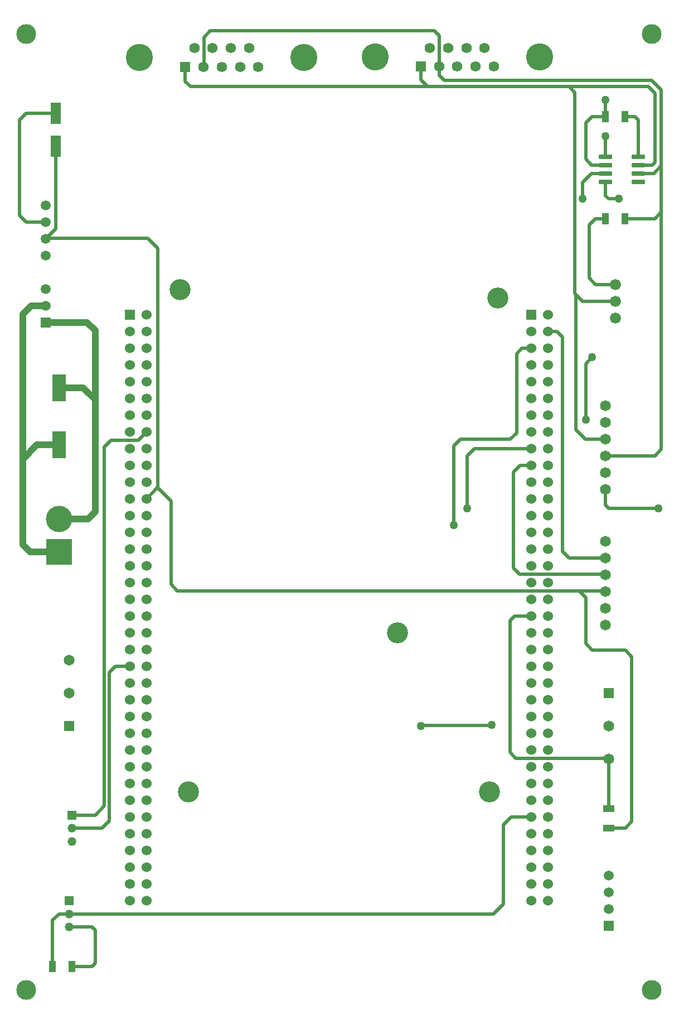
<source format=gtl>
G04*
G04 #@! TF.GenerationSoftware,Altium Limited,Altium Designer,22.8.2 (66)*
G04*
G04 Layer_Physical_Order=1*
G04 Layer_Color=255*
%FSLAX42Y42*%
%MOMM*%
G71*
G04*
G04 #@! TF.SameCoordinates,B6351484-2ED7-4914-87D0-F8C2F53150F7*
G04*
G04*
G04 #@! TF.FilePolarity,Positive*
G04*
G01*
G75*
%ADD15R,1.13X1.77*%
%ADD16R,2.00X4.10*%
%ADD17R,1.60X3.20*%
%ADD18R,1.77X1.13*%
G04:AMPARAMS|DCode=19|XSize=1.97mm|YSize=0.6mm|CornerRadius=0.08mm|HoleSize=0mm|Usage=FLASHONLY|Rotation=0.000|XOffset=0mm|YOffset=0mm|HoleType=Round|Shape=RoundedRectangle|*
%AMROUNDEDRECTD19*
21,1,1.97,0.45,0,0,0.0*
21,1,1.82,0.60,0,0,0.0*
1,1,0.15,0.91,-0.23*
1,1,0.15,-0.91,-0.23*
1,1,0.15,-0.91,0.23*
1,1,0.15,0.91,0.23*
%
%ADD19ROUNDEDRECTD19*%
%ADD42C,0.50*%
%ADD43C,1.00*%
%ADD44C,1.53*%
%ADD45C,3.20*%
%ADD46R,1.53X1.53*%
%ADD47C,1.65*%
%ADD48C,1.51*%
%ADD49R,1.51X1.51*%
%ADD50C,1.58*%
%ADD51R,1.65X1.65*%
%ADD52C,3.00*%
%ADD53R,1.58X1.58*%
%ADD54C,4.12*%
%ADD55R,1.32X1.32*%
%ADD56C,1.32*%
%ADD57C,1.68*%
%ADD58C,4.00*%
%ADD59R,4.00X4.00*%
%ADD60C,1.27*%
D15*
X653Y600D02*
D03*
X947D02*
D03*
X9347Y11950D02*
D03*
X9053D02*
D03*
Y13500D02*
D03*
X9347D02*
D03*
D16*
X750Y8515D02*
D03*
Y9385D02*
D03*
D17*
X700Y13050D02*
D03*
Y13550D02*
D03*
D18*
X9100Y2997D02*
D03*
Y2703D02*
D03*
D19*
X9547Y12890D02*
D03*
Y12764D02*
D03*
Y12636D02*
D03*
Y12510D02*
D03*
X9053D02*
D03*
Y12636D02*
D03*
Y12764D02*
D03*
Y12890D02*
D03*
D42*
X9100Y7550D02*
X9850D01*
X9050Y7600D02*
X9100Y7550D01*
X9050Y7600D02*
Y7842D01*
X9054Y7846D01*
X2250Y7865D02*
Y7950D01*
Y7865D02*
X2450Y7665D01*
Y6400D02*
Y7665D01*
X2079Y7699D02*
X2245Y7865D01*
X2249Y7956D02*
Y11501D01*
Y7951D02*
X2250Y7950D01*
X2100Y11650D02*
X2249Y11501D01*
X554Y11650D02*
X700Y11796D01*
X550Y11646D02*
X554Y11650D01*
X2100D01*
X8750Y8900D02*
Y9750D01*
X8850Y9850D01*
X8700Y12250D02*
Y12500D01*
X8586Y10814D02*
Y13864D01*
X8500Y13950D02*
X8586Y13864D01*
Y10814D02*
X8600Y10800D01*
X8700Y12500D02*
X8836Y12636D01*
X9053Y12890D02*
Y13200D01*
X9051Y13501D02*
Y13749D01*
Y13501D02*
X9053Y13500D01*
X9050Y13750D02*
X9051Y13749D01*
X8850Y13500D02*
X9053D01*
X9050Y8350D02*
X9800D01*
X6250Y4250D02*
X6259Y4259D01*
X7309D02*
X7318Y4268D01*
X6259Y4259D02*
X7309D01*
X653Y1303D02*
X750Y1400D01*
X653Y600D02*
Y1303D01*
X750Y1400D02*
X900D01*
X1538Y8588D02*
X1952D01*
X1438Y3038D02*
Y8488D01*
X1538Y8588D01*
X1952D02*
X2079Y8715D01*
X1514Y5064D02*
X1609Y5159D01*
X1400Y2700D02*
X1514Y2814D01*
Y5064D01*
X1300Y2900D02*
X1438Y3038D01*
X7700Y8700D02*
Y9900D01*
X7783Y9983D02*
X7921D01*
X7700Y9900D02*
X7783Y9983D01*
X7600Y8600D02*
X7700Y8700D01*
X6850Y8600D02*
X7600D01*
X6750Y7300D02*
Y8500D01*
X6850Y8600D01*
X7059Y8459D02*
X7921D01*
X6950Y8350D02*
X7059Y8459D01*
X6950Y7550D02*
Y8350D01*
X2550Y6300D02*
X8650D01*
X2450Y6400D02*
X2550Y6300D01*
X950Y2900D02*
X1300D01*
X950Y2700D02*
X1400D01*
X8750Y5500D02*
X8850Y5400D01*
X9350D01*
X8750Y5500D02*
Y6200D01*
X9350Y5400D02*
X9450Y5300D01*
Y2800D02*
Y5300D01*
X8650Y6300D02*
X9042D01*
X8650D02*
X8750Y6200D01*
X9100Y2703D02*
X9353D01*
X9450Y2800D01*
X9100Y2997D02*
Y3750D01*
X7669Y5919D02*
X7921D01*
X7600Y5850D02*
X7669Y5919D01*
X7600Y3850D02*
Y5850D01*
Y3850D02*
X7690Y3760D01*
X9090D01*
X9100Y3750D01*
X9042Y6300D02*
X9050Y6292D01*
X8313Y10237D02*
X8400Y10150D01*
X8175Y10237D02*
X8313D01*
X8400Y6900D02*
Y10150D01*
X8500Y6800D02*
X9050D01*
X8400Y6900D02*
X8500Y6800D01*
X7650Y8100D02*
X7755Y8205D01*
X7921D01*
X7650Y6650D02*
Y8100D01*
Y6650D02*
X7746Y6554D01*
X9042D01*
X9050Y6546D01*
X8600Y8750D02*
Y10800D01*
X8746Y8604D02*
X9050D01*
X8600Y8750D02*
X8746Y8604D01*
X947Y600D02*
X1250D01*
X1300Y650D01*
Y1150D01*
X900Y1200D02*
X1250D01*
X1300Y1150D01*
X7621Y2871D02*
X7921D01*
X7500Y2750D02*
X7621Y2871D01*
X7500Y1550D02*
Y2750D01*
X900Y1400D02*
X7350D01*
X7500Y1550D01*
X1609Y5159D02*
X1825D01*
X6350Y13950D02*
X8500D01*
X9700D01*
X8704Y10696D02*
X9200D01*
X8600Y10800D02*
X8704Y10696D01*
X8836Y12636D02*
X9053D01*
Y12297D02*
Y12510D01*
X9100Y12250D02*
X9250D01*
X9053Y12297D02*
X9100Y12250D01*
X8900Y10950D02*
X9200D01*
X8800Y11050D02*
X8900Y10950D01*
X8800Y11050D02*
Y11850D01*
X8900Y11950D01*
X9053D01*
X9900Y8450D02*
Y12050D01*
X9800Y8350D02*
X9900Y8450D01*
X250Y11900D02*
X550D01*
X150Y12000D02*
Y13450D01*
Y12000D02*
X250Y11900D01*
Y13550D02*
X700D01*
X150Y13450D02*
X250Y13550D01*
X546Y11650D02*
X550Y11646D01*
X700Y11796D02*
Y13050D01*
X2750Y13950D02*
X6350D01*
X6246Y14054D02*
X6350Y13950D01*
X6246Y14054D02*
Y14258D01*
X2669Y14031D02*
X2750Y13950D01*
X9700D02*
X9800Y13850D01*
X6600Y14050D02*
X9750D01*
X6522Y14127D02*
X6600Y14050D01*
X9750D02*
X9900Y13900D01*
X3050Y14800D02*
X6450D01*
X2950Y14700D02*
X3050Y14800D01*
X2950Y14254D02*
Y14700D01*
X6522Y14258D02*
Y14727D01*
X6450Y14800D02*
X6522Y14727D01*
Y14127D02*
Y14258D01*
X2946Y14250D02*
X2950Y14254D01*
X2669Y14031D02*
Y14250D01*
X9900Y12050D02*
Y12750D01*
X9800Y11950D02*
X9900Y12050D01*
X9347Y11950D02*
X9800D01*
X8836Y12764D02*
X9053D01*
X8750Y12850D02*
Y13400D01*
Y12850D02*
X8836Y12764D01*
X8750Y13400D02*
X8850Y13500D01*
X9550Y12893D02*
Y13450D01*
X9547Y12890D02*
X9550Y12893D01*
X9500Y13500D02*
X9550Y13450D01*
X9347Y13500D02*
X9500D01*
X9900Y12750D02*
Y13900D01*
X9547Y12636D02*
X9786D01*
X9900Y12750D01*
X9800Y12800D02*
Y13850D01*
X9547Y12764D02*
X9764D01*
X9800Y12800D01*
D43*
X1190Y7390D02*
X1300Y7500D01*
Y9200D01*
X330Y10630D02*
X550D01*
X200Y8300D02*
Y10500D01*
X330Y10630D01*
X200Y7000D02*
Y8300D01*
X415Y8515D01*
X750D01*
X1300Y9200D02*
Y10250D01*
X1115Y9385D02*
X1300Y9200D01*
X750Y9385D02*
X1115D01*
X550Y10376D02*
X1174D01*
X1300Y10250D01*
X750Y7390D02*
X1190D01*
X200Y7000D02*
X310Y6890D01*
X750D01*
D44*
X8175Y1601D02*
D03*
X7921D02*
D03*
X8175Y1855D02*
D03*
X7921D02*
D03*
X8175Y2109D02*
D03*
X7921D02*
D03*
X8175Y2363D02*
D03*
X7921D02*
D03*
X8175Y2617D02*
D03*
X7921D02*
D03*
X8175Y2871D02*
D03*
X7921D02*
D03*
X8175Y3125D02*
D03*
X7921D02*
D03*
X8175Y3379D02*
D03*
X7921D02*
D03*
X8175Y3633D02*
D03*
X7921D02*
D03*
X8175Y3887D02*
D03*
X7921D02*
D03*
X8175Y4141D02*
D03*
X7921D02*
D03*
X8175Y4395D02*
D03*
X7921D02*
D03*
X8175Y4649D02*
D03*
X7921D02*
D03*
X8175Y4903D02*
D03*
X7921D02*
D03*
X8175Y5157D02*
D03*
X7921D02*
D03*
X8175Y5411D02*
D03*
X7921D02*
D03*
X8175Y5665D02*
D03*
X7921D02*
D03*
X8175Y5919D02*
D03*
X7921D02*
D03*
X8175Y6173D02*
D03*
X7921D02*
D03*
X8175Y6427D02*
D03*
X7921D02*
D03*
X8175Y6681D02*
D03*
X7921D02*
D03*
X8175Y6935D02*
D03*
X7921D02*
D03*
X8175Y7189D02*
D03*
X7921D02*
D03*
X8175Y7443D02*
D03*
X7921D02*
D03*
X8175Y7697D02*
D03*
X7921D02*
D03*
X8175Y7951D02*
D03*
X7921D02*
D03*
X8175Y8205D02*
D03*
X7921D02*
D03*
X8175Y8459D02*
D03*
X7921D02*
D03*
X8175Y8713D02*
D03*
X7921D02*
D03*
X8175Y8967D02*
D03*
X7921D02*
D03*
X8175Y9221D02*
D03*
X7921D02*
D03*
X8175Y9475D02*
D03*
X7921D02*
D03*
X8175Y9729D02*
D03*
X7921D02*
D03*
X8175Y9983D02*
D03*
X7921D02*
D03*
X8175Y10237D02*
D03*
X7921D02*
D03*
X2079Y1603D02*
D03*
X1825D02*
D03*
X8175Y10491D02*
D03*
X2079Y1857D02*
D03*
X1825D02*
D03*
X2079Y2111D02*
D03*
X1825D02*
D03*
X2079Y2365D02*
D03*
X1825D02*
D03*
X2079Y2619D02*
D03*
X1825D02*
D03*
X2079Y2873D02*
D03*
X1825D02*
D03*
X2079Y3127D02*
D03*
X1825D02*
D03*
X2079Y3381D02*
D03*
X1825D02*
D03*
X2079Y3635D02*
D03*
X1825D02*
D03*
X2079Y3889D02*
D03*
X1825D02*
D03*
X2079Y4143D02*
D03*
X1825D02*
D03*
X2079Y4397D02*
D03*
X1825D02*
D03*
X2079Y4651D02*
D03*
X1825D02*
D03*
X2079Y4905D02*
D03*
X1825D02*
D03*
X2079Y5159D02*
D03*
X1825D02*
D03*
X2079Y5413D02*
D03*
X1825D02*
D03*
X2079Y5667D02*
D03*
X1825D02*
D03*
X2079Y5921D02*
D03*
X1825D02*
D03*
X2079Y6175D02*
D03*
X1825D02*
D03*
X2079Y6429D02*
D03*
X1825D02*
D03*
X2079Y6683D02*
D03*
X1825D02*
D03*
X2079Y6937D02*
D03*
X1825D02*
D03*
X2079Y7191D02*
D03*
X1825D02*
D03*
X2079Y7445D02*
D03*
X1825D02*
D03*
X2079Y7699D02*
D03*
X1825D02*
D03*
X2079Y7953D02*
D03*
X1825D02*
D03*
X2079Y8207D02*
D03*
X1825D02*
D03*
X2079Y8461D02*
D03*
X1825D02*
D03*
X2079Y8715D02*
D03*
X1825D02*
D03*
X2079Y8969D02*
D03*
X1825D02*
D03*
X2079Y9223D02*
D03*
X1825D02*
D03*
X2079Y9477D02*
D03*
X1825D02*
D03*
X2079Y9731D02*
D03*
X1825D02*
D03*
X2079Y9985D02*
D03*
X1825D02*
D03*
X2079Y10239D02*
D03*
X1825D02*
D03*
X2079Y10493D02*
D03*
D45*
X2587Y10874D02*
D03*
X5889Y5667D02*
D03*
X7413Y10747D02*
D03*
X7286Y3254D02*
D03*
X2714D02*
D03*
D46*
X7921Y10491D02*
D03*
X1825Y10493D02*
D03*
D47*
X9050Y8350D02*
D03*
Y8096D02*
D03*
Y7842D02*
D03*
Y8604D02*
D03*
Y8858D02*
D03*
Y9112D02*
D03*
X9100Y4250D02*
D03*
Y3750D02*
D03*
X900Y4750D02*
D03*
Y5250D02*
D03*
X9050Y6292D02*
D03*
Y6038D02*
D03*
Y5784D02*
D03*
Y6546D02*
D03*
Y6800D02*
D03*
Y7054D02*
D03*
D48*
X9100Y1981D02*
D03*
Y1727D02*
D03*
Y1473D02*
D03*
X550Y10630D02*
D03*
Y10884D02*
D03*
Y11392D02*
D03*
Y11646D02*
D03*
Y11900D02*
D03*
Y12154D02*
D03*
D49*
X9100Y1219D02*
D03*
X550Y10376D02*
D03*
D50*
X6384Y14542D02*
D03*
X6661D02*
D03*
X2808Y14534D02*
D03*
X3084D02*
D03*
X3777Y14250D02*
D03*
X3638Y14534D02*
D03*
X3500Y14250D02*
D03*
X3362Y14534D02*
D03*
X3223Y14250D02*
D03*
X2946D02*
D03*
X6522Y14258D02*
D03*
X6800D02*
D03*
X6938Y14542D02*
D03*
X7076Y14258D02*
D03*
X7215Y14542D02*
D03*
X7354Y14258D02*
D03*
D51*
X9100Y4750D02*
D03*
X900Y4250D02*
D03*
D52*
X250Y14750D02*
D03*
X9750D02*
D03*
Y250D02*
D03*
X250D02*
D03*
D53*
X2669Y14250D02*
D03*
X6246Y14258D02*
D03*
D54*
X4472Y14392D02*
D03*
X1974D02*
D03*
X5550Y14400D02*
D03*
X8049D02*
D03*
D55*
X900Y1600D02*
D03*
X950Y2900D02*
D03*
D56*
X900Y1400D02*
D03*
Y1200D02*
D03*
X950Y2700D02*
D03*
Y2500D02*
D03*
D57*
X9200Y10950D02*
D03*
Y10442D02*
D03*
Y10696D02*
D03*
D58*
X750Y7390D02*
D03*
D59*
Y6890D02*
D03*
D60*
X9850Y7550D02*
D03*
X8750Y8900D02*
D03*
X8700Y12250D02*
D03*
X8850Y9850D02*
D03*
X9053Y13200D02*
D03*
X9050Y13750D02*
D03*
X6250Y4250D02*
D03*
X7318Y4268D02*
D03*
X6950Y7550D02*
D03*
X6750Y7300D02*
D03*
X9250Y12250D02*
D03*
M02*

</source>
